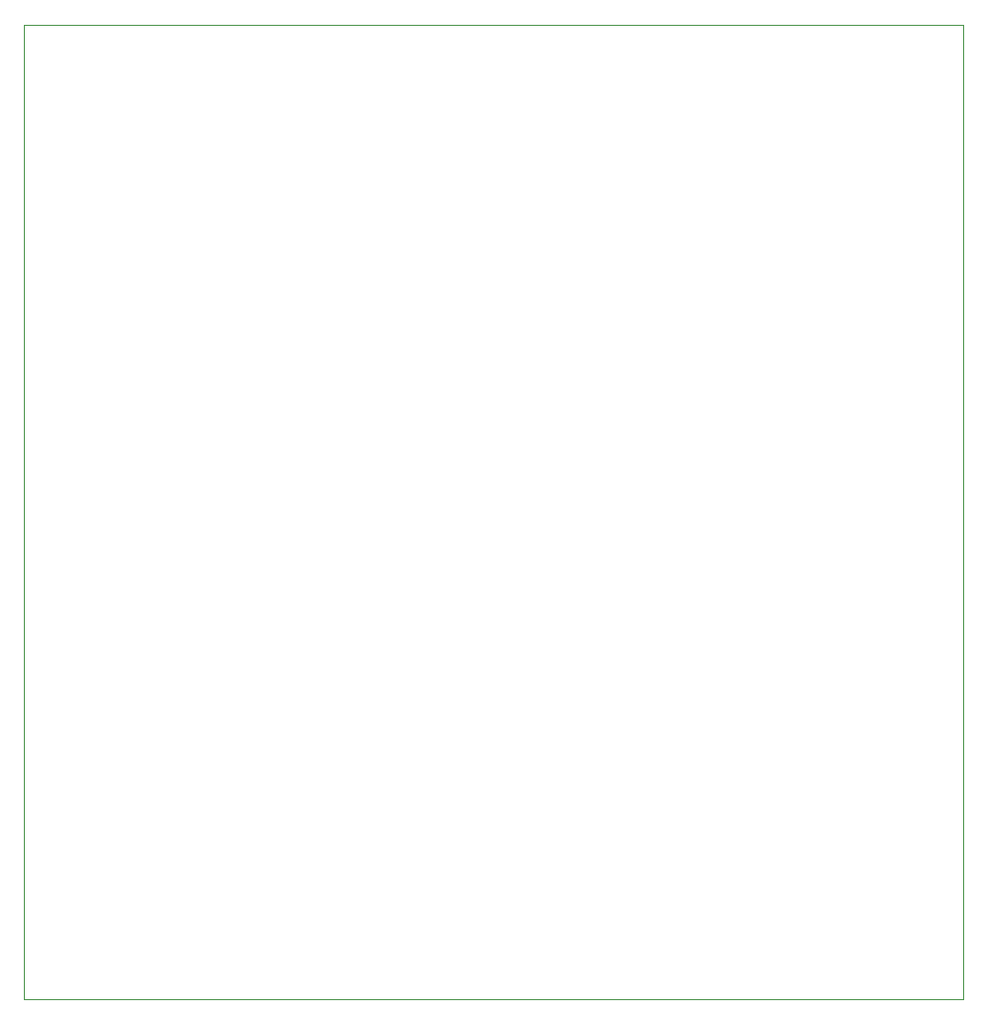
<source format=gbr>
%TF.GenerationSoftware,KiCad,Pcbnew,(5.1.10)-1*%
%TF.CreationDate,2022-05-17T22:08:58+03:00*%
%TF.ProjectId,SAUK-Y v1 STM32F4 Disc,5341554b-2d59-4207-9631-2053544d3332,rev?*%
%TF.SameCoordinates,Original*%
%TF.FileFunction,Profile,NP*%
%FSLAX46Y46*%
G04 Gerber Fmt 4.6, Leading zero omitted, Abs format (unit mm)*
G04 Created by KiCad (PCBNEW (5.1.10)-1) date 2022-05-17 22:08:58*
%MOMM*%
%LPD*%
G01*
G04 APERTURE LIST*
%TA.AperFunction,Profile*%
%ADD10C,0.050000*%
%TD*%
G04 APERTURE END LIST*
D10*
X173000000Y-62000000D02*
X253000000Y-62000000D01*
X173000000Y-145000000D02*
X173000000Y-62000000D01*
X253000000Y-145000000D02*
X173000000Y-145000000D01*
X253000000Y-62000000D02*
X253000000Y-145000000D01*
M02*

</source>
